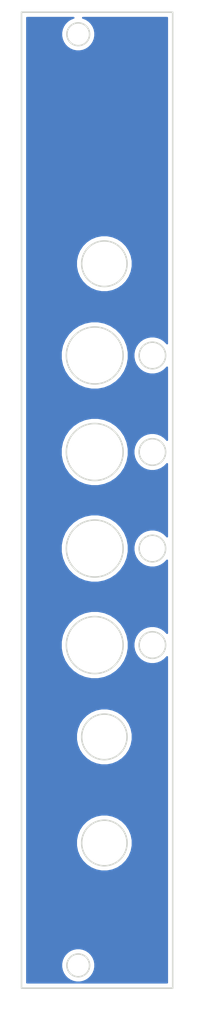
<source format=kicad_pcb>
(kicad_pcb (version 20171130) (host pcbnew 5.1.7-a382d34a8~87~ubuntu18.04.1)

  (general
    (thickness 1.6)
    (drawings 33)
    (tracks 0)
    (zones 0)
    (modules 0)
    (nets 1)
  )

  (page A4)
  (layers
    (0 F.Cu signal)
    (31 B.Cu signal)
    (32 B.Adhes user)
    (33 F.Adhes user)
    (34 B.Paste user)
    (35 F.Paste user)
    (36 B.SilkS user)
    (37 F.SilkS user)
    (38 B.Mask user)
    (39 F.Mask user)
    (40 Dwgs.User user)
    (41 Cmts.User user)
    (42 Eco1.User user)
    (43 Eco2.User user)
    (44 Edge.Cuts user)
    (45 Margin user)
    (46 B.CrtYd user)
    (47 F.CrtYd user)
    (48 B.Fab user)
    (49 F.Fab user)
  )

  (setup
    (last_trace_width 0.25)
    (trace_clearance 0.2)
    (zone_clearance 0.508)
    (zone_45_only no)
    (trace_min 0.2)
    (via_size 0.8)
    (via_drill 0.4)
    (via_min_size 0.4)
    (via_min_drill 0.3)
    (uvia_size 0.3)
    (uvia_drill 0.1)
    (uvias_allowed no)
    (uvia_min_size 0.2)
    (uvia_min_drill 0.1)
    (edge_width 0.05)
    (segment_width 0.2)
    (pcb_text_width 0.3)
    (pcb_text_size 1.5 1.5)
    (mod_edge_width 0.12)
    (mod_text_size 1 1)
    (mod_text_width 0.15)
    (pad_size 1.524 1.524)
    (pad_drill 0.762)
    (pad_to_mask_clearance 0.051)
    (solder_mask_min_width 0.25)
    (aux_axis_origin 0 0)
    (grid_origin 101.445 168.3731)
    (visible_elements FFFFFF7F)
    (pcbplotparams
      (layerselection 0x010fc_ffffffff)
      (usegerberextensions true)
      (usegerberattributes false)
      (usegerberadvancedattributes false)
      (creategerberjobfile false)
      (excludeedgelayer true)
      (linewidth 0.100000)
      (plotframeref false)
      (viasonmask false)
      (mode 1)
      (useauxorigin false)
      (hpglpennumber 1)
      (hpglpenspeed 20)
      (hpglpendiameter 15.000000)
      (psnegative false)
      (psa4output false)
      (plotreference true)
      (plotvalue true)
      (plotinvisibletext false)
      (padsonsilk false)
      (subtractmaskfromsilk false)
      (outputformat 1)
      (mirror false)
      (drillshape 0)
      (scaleselection 1)
      (outputdirectory "gerbers"))
  )

  (net 0 "")

  (net_class Default "This is the default net class."
    (clearance 0.2)
    (trace_width 0.25)
    (via_dia 0.8)
    (via_drill 0.4)
    (uvia_dia 0.3)
    (uvia_drill 0.1)
  )

  (gr_text OUT (at 103.4288 149.3774 90) (layer F.Mask) (tstamp 5E6BC122)
    (effects (font (size 2 2) (thickness 0.5)))
  )
  (gr_text RST (at 103.4669 135.3693 90) (layer F.Mask) (tstamp 5E6BC111)
    (effects (font (size 2 2) (thickness 0.3)))
  )
  (gr_text 4 (at 103.2129 123.2281) (layer F.Mask) (tstamp 5E6BC0FE)
    (effects (font (size 2 2) (thickness 0.3)))
  )
  (gr_text 3 (at 103.2129 110.4392) (layer F.Mask) (tstamp 5E6BC0E9)
    (effects (font (size 2 2) (thickness 0.3)))
  )
  (gr_text 2 (at 103.1494 97.9424) (layer F.Mask) (tstamp 5E6BC0D4)
    (effects (font (size 2 2) (thickness 0.3)))
  )
  (gr_text 1 (at 103.2383 85.1789) (layer F.Mask) (tstamp 5E6BC0BC)
    (effects (font (size 2 2) (thickness 0.3)))
  )
  (gr_text CLK (at 103.4161 72.9234 90) (layer F.Mask) (tstamp 5E6BC0AE)
    (effects (font (size 2 2) (thickness 0.3)))
  )
  (gr_text SEQ4.2 (at 115.9891 43.0022) (layer F.Mask) (tstamp 5E6BC08D)
    (effects (font (size 2 1.5) (thickness 0.3)))
  )
  (gr_text SEQ4.2 (at 115.9891 43.0022) (layer F.Cu)
    (effects (font (size 2 1.5) (thickness 0.3)))
  )
  (gr_text OUT (at 103.4288 149.3774 90) (layer F.Cu) (tstamp 5E6BC02A)
    (effects (font (size 2 2) (thickness 0.3)))
  )
  (gr_text RST (at 103.4669 135.3693 90) (layer F.Cu) (tstamp 5E6BC01F)
    (effects (font (size 2 2) (thickness 0.3)))
  )
  (gr_text 4 (at 103.2129 123.2281) (layer F.Cu) (tstamp 5E6BC00F)
    (effects (font (size 2 2) (thickness 0.3)))
  )
  (gr_text 3 (at 103.2129 110.4519) (layer F.Cu) (tstamp 5E6BC006)
    (effects (font (size 2 2) (thickness 0.3)))
  )
  (gr_text 2 (at 103.1621 97.9424) (layer F.Cu) (tstamp 5E6BBFF1)
    (effects (font (size 2 2) (thickness 0.3)))
  )
  (gr_text 1 (at 103.2383 85.1789) (layer F.Cu)
    (effects (font (size 2 2) (thickness 0.3)))
  )
  (gr_text CLK (at 103.4161 72.9234 90) (layer F.Cu)
    (effects (font (size 2 2) (thickness 0.3)))
  )
  (gr_circle (center 118.745 85.1331) (end 120.495 85.1331) (layer Edge.Cuts) (width 0.2))
  (gr_circle (center 111.125 110.5331) (end 114.875 110.5331) (layer Edge.Cuts) (width 0.2))
  (gr_circle (center 111.125 97.8331) (end 114.875 97.8331) (layer Edge.Cuts) (width 0.2))
  (gr_line (start 121.425 168.3731) (end 101.445 168.3731) (layer Edge.Cuts) (width 0.2))
  (gr_circle (center 118.745 123.2331) (end 120.495 123.2331) (layer Edge.Cuts) (width 0.2))
  (gr_circle (center 111.125 85.1331) (end 114.875 85.1331) (layer Edge.Cuts) (width 0.2))
  (gr_circle (center 118.745 110.5331) (end 120.495 110.5331) (layer Edge.Cuts) (width 0.2))
  (gr_circle (center 118.745 97.8331) (end 120.495 97.8331) (layer Edge.Cuts) (width 0.2))
  (gr_circle (center 112.395 149.2731) (end 115.395 149.2731) (layer Edge.Cuts) (width 0.2))
  (gr_circle (center 111.125 123.2331) (end 114.875 123.2331) (layer Edge.Cuts) (width 0.2))
  (gr_circle (center 112.395 135.3131) (end 115.395 135.3131) (layer Edge.Cuts) (width 0.2))
  (gr_line (start 121.425 39.9731) (end 121.425 168.3731) (layer Edge.Cuts) (width 0.2))
  (gr_line (start 101.445 168.3731) (end 101.445 39.9731) (layer Edge.Cuts) (width 0.2))
  (gr_circle (center 108.945 165.3731) (end 110.445 165.3731) (layer Edge.Cuts) (width 0.2))
  (gr_line (start 101.445 39.9731) (end 121.425 39.9731) (layer Edge.Cuts) (width 0.2))
  (gr_circle (center 108.945 42.8731) (end 110.445 42.8731) (layer Edge.Cuts) (width 0.2))
  (gr_circle (center 112.395 73.0631) (end 115.395 73.0631) (layer Edge.Cuts) (width 0.2))

  (zone (net 0) (net_name "") (layer B.Cu) (tstamp 60005190) (hatch edge 0.508)
    (connect_pads (clearance 0.508))
    (min_thickness 0.254)
    (fill yes (arc_segments 32) (thermal_gap 0.508) (thermal_bridge_width 0.508))
    (polygon
      (pts
        (xy 126.5047 172.4787) (xy 98.6028 173.0883) (xy 99.2124 39.0017) (xy 125.2982 38.3667)
      )
    )
    (filled_polygon
      (pts
        (xy 108.290408 40.7152) (xy 107.882 40.884368) (xy 107.514443 41.129961) (xy 107.201861 41.442543) (xy 106.956268 41.8101)
        (xy 106.7871 42.218508) (xy 106.700858 42.652071) (xy 106.700858 43.094129) (xy 106.7871 43.527692) (xy 106.956268 43.9361)
        (xy 107.201861 44.303657) (xy 107.514443 44.616239) (xy 107.882 44.861832) (xy 108.290408 45.031) (xy 108.723971 45.117242)
        (xy 109.166029 45.117242) (xy 109.599592 45.031) (xy 110.008 44.861832) (xy 110.375557 44.616239) (xy 110.688139 44.303657)
        (xy 110.933732 43.9361) (xy 111.1029 43.527692) (xy 111.189142 43.094129) (xy 111.189142 42.652071) (xy 111.1029 42.218508)
        (xy 110.933732 41.8101) (xy 110.688139 41.442543) (xy 110.375557 41.129961) (xy 110.008 40.884368) (xy 109.599592 40.7152)
        (xy 109.563898 40.7081) (xy 120.69 40.7081) (xy 120.69 83.55683) (xy 120.681391 83.543945) (xy 120.334155 83.196709)
        (xy 119.925849 82.923887) (xy 119.472163 82.735964) (xy 118.990533 82.640162) (xy 118.499467 82.640162) (xy 118.017837 82.735964)
        (xy 117.564151 82.923887) (xy 117.155845 83.196709) (xy 116.808609 83.543945) (xy 116.535787 83.952251) (xy 116.347864 84.405937)
        (xy 116.252062 84.887567) (xy 116.252062 85.378633) (xy 116.347864 85.860263) (xy 116.535787 86.313949) (xy 116.808609 86.722255)
        (xy 117.155845 87.069491) (xy 117.564151 87.342313) (xy 118.017837 87.530236) (xy 118.499467 87.626038) (xy 118.990533 87.626038)
        (xy 119.472163 87.530236) (xy 119.925849 87.342313) (xy 120.334155 87.069491) (xy 120.681391 86.722255) (xy 120.69 86.70937)
        (xy 120.69 96.25683) (xy 120.681391 96.243945) (xy 120.334155 95.896709) (xy 119.925849 95.623887) (xy 119.472163 95.435964)
        (xy 118.990533 95.340162) (xy 118.499467 95.340162) (xy 118.017837 95.435964) (xy 117.564151 95.623887) (xy 117.155845 95.896709)
        (xy 116.808609 96.243945) (xy 116.535787 96.652251) (xy 116.347864 97.105937) (xy 116.252062 97.587567) (xy 116.252062 98.078633)
        (xy 116.347864 98.560263) (xy 116.535787 99.013949) (xy 116.808609 99.422255) (xy 117.155845 99.769491) (xy 117.564151 100.042313)
        (xy 118.017837 100.230236) (xy 118.499467 100.326038) (xy 118.990533 100.326038) (xy 119.472163 100.230236) (xy 119.925849 100.042313)
        (xy 120.334155 99.769491) (xy 120.681391 99.422255) (xy 120.69 99.40937) (xy 120.690001 108.95683) (xy 120.681391 108.943945)
        (xy 120.334155 108.596709) (xy 119.925849 108.323887) (xy 119.472163 108.135964) (xy 118.990533 108.040162) (xy 118.499467 108.040162)
        (xy 118.017837 108.135964) (xy 117.564151 108.323887) (xy 117.155845 108.596709) (xy 116.808609 108.943945) (xy 116.535787 109.352251)
        (xy 116.347864 109.805937) (xy 116.252062 110.287567) (xy 116.252062 110.778633) (xy 116.347864 111.260263) (xy 116.535787 111.713949)
        (xy 116.808609 112.122255) (xy 117.155845 112.469491) (xy 117.564151 112.742313) (xy 118.017837 112.930236) (xy 118.499467 113.026038)
        (xy 118.990533 113.026038) (xy 119.472163 112.930236) (xy 119.925849 112.742313) (xy 120.334155 112.469491) (xy 120.681391 112.122255)
        (xy 120.690001 112.10937) (xy 120.690001 121.65683) (xy 120.681391 121.643945) (xy 120.334155 121.296709) (xy 119.925849 121.023887)
        (xy 119.472163 120.835964) (xy 118.990533 120.740162) (xy 118.499467 120.740162) (xy 118.017837 120.835964) (xy 117.564151 121.023887)
        (xy 117.155845 121.296709) (xy 116.808609 121.643945) (xy 116.535787 122.052251) (xy 116.347864 122.505937) (xy 116.252062 122.987567)
        (xy 116.252062 123.478633) (xy 116.347864 123.960263) (xy 116.535787 124.413949) (xy 116.808609 124.822255) (xy 117.155845 125.169491)
        (xy 117.564151 125.442313) (xy 118.017837 125.630236) (xy 118.499467 125.726038) (xy 118.990533 125.726038) (xy 119.472163 125.630236)
        (xy 119.925849 125.442313) (xy 120.334155 125.169491) (xy 120.681391 124.822255) (xy 120.690001 124.80937) (xy 120.690001 167.6381)
        (xy 102.18 167.6381) (xy 102.18 165.152071) (xy 106.700858 165.152071) (xy 106.700858 165.594129) (xy 106.7871 166.027692)
        (xy 106.956268 166.4361) (xy 107.201861 166.803657) (xy 107.514443 167.116239) (xy 107.882 167.361832) (xy 108.290408 167.531)
        (xy 108.723971 167.617242) (xy 109.166029 167.617242) (xy 109.599592 167.531) (xy 110.008 167.361832) (xy 110.375557 167.116239)
        (xy 110.688139 166.803657) (xy 110.933732 166.4361) (xy 111.1029 166.027692) (xy 111.189142 165.594129) (xy 111.189142 165.152071)
        (xy 111.1029 164.718508) (xy 110.933732 164.3101) (xy 110.688139 163.942543) (xy 110.375557 163.629961) (xy 110.008 163.384368)
        (xy 109.599592 163.2152) (xy 109.166029 163.128958) (xy 108.723971 163.128958) (xy 108.290408 163.2152) (xy 107.882 163.384368)
        (xy 107.514443 163.629961) (xy 107.201861 163.942543) (xy 106.956268 164.3101) (xy 106.7871 164.718508) (xy 106.700858 165.152071)
        (xy 102.18 165.152071) (xy 102.18 148.905046) (xy 108.658081 148.905046) (xy 108.658081 149.641154) (xy 108.801689 150.363119)
        (xy 109.083386 151.043195) (xy 109.492346 151.655247) (xy 110.012853 152.175754) (xy 110.624905 152.584714) (xy 111.304981 152.866411)
        (xy 112.026946 153.010019) (xy 112.763054 153.010019) (xy 113.485019 152.866411) (xy 114.165095 152.584714) (xy 114.777147 152.175754)
        (xy 115.297654 151.655247) (xy 115.706614 151.043195) (xy 115.988311 150.363119) (xy 116.131919 149.641154) (xy 116.131919 148.905046)
        (xy 115.988311 148.183081) (xy 115.706614 147.503005) (xy 115.297654 146.890953) (xy 114.777147 146.370446) (xy 114.165095 145.961486)
        (xy 113.485019 145.679789) (xy 112.763054 145.536181) (xy 112.026946 145.536181) (xy 111.304981 145.679789) (xy 110.624905 145.961486)
        (xy 110.012853 146.370446) (xy 109.492346 146.890953) (xy 109.083386 147.503005) (xy 108.801689 148.183081) (xy 108.658081 148.905046)
        (xy 102.18 148.905046) (xy 102.18 134.945046) (xy 108.658081 134.945046) (xy 108.658081 135.681154) (xy 108.801689 136.403119)
        (xy 109.083386 137.083195) (xy 109.492346 137.695247) (xy 110.012853 138.215754) (xy 110.624905 138.624714) (xy 111.304981 138.906411)
        (xy 112.026946 139.050019) (xy 112.763054 139.050019) (xy 113.485019 138.906411) (xy 114.165095 138.624714) (xy 114.777147 138.215754)
        (xy 115.297654 137.695247) (xy 115.706614 137.083195) (xy 115.988311 136.403119) (xy 116.131919 135.681154) (xy 116.131919 134.945046)
        (xy 115.988311 134.223081) (xy 115.706614 133.543005) (xy 115.297654 132.930953) (xy 114.777147 132.410446) (xy 114.165095 132.001486)
        (xy 113.485019 131.719789) (xy 112.763054 131.576181) (xy 112.026946 131.576181) (xy 111.304981 131.719789) (xy 110.624905 132.001486)
        (xy 110.012853 132.410446) (xy 109.492346 132.930953) (xy 109.083386 133.543005) (xy 108.801689 134.223081) (xy 108.658081 134.945046)
        (xy 102.18 134.945046) (xy 102.18 122.791533) (xy 106.641693 122.791533) (xy 106.641693 123.674667) (xy 106.813984 124.540832)
        (xy 107.151945 125.356742) (xy 107.642588 126.091042) (xy 108.267058 126.715512) (xy 109.001358 127.206155) (xy 109.817268 127.544116)
        (xy 110.683433 127.716407) (xy 111.566567 127.716407) (xy 112.432732 127.544116) (xy 113.248642 127.206155) (xy 113.982942 126.715512)
        (xy 114.607412 126.091042) (xy 115.098055 125.356742) (xy 115.436016 124.540832) (xy 115.608307 123.674667) (xy 115.608307 122.791533)
        (xy 115.436016 121.925368) (xy 115.098055 121.109458) (xy 114.607412 120.375158) (xy 113.982942 119.750688) (xy 113.248642 119.260045)
        (xy 112.432732 118.922084) (xy 111.566567 118.749793) (xy 110.683433 118.749793) (xy 109.817268 118.922084) (xy 109.001358 119.260045)
        (xy 108.267058 119.750688) (xy 107.642588 120.375158) (xy 107.151945 121.109458) (xy 106.813984 121.925368) (xy 106.641693 122.791533)
        (xy 102.18 122.791533) (xy 102.18 110.091533) (xy 106.641693 110.091533) (xy 106.641693 110.974667) (xy 106.813984 111.840832)
        (xy 107.151945 112.656742) (xy 107.642588 113.391042) (xy 108.267058 114.015512) (xy 109.001358 114.506155) (xy 109.817268 114.844116)
        (xy 110.683433 115.016407) (xy 111.566567 115.016407) (xy 112.432732 114.844116) (xy 113.248642 114.506155) (xy 113.982942 114.015512)
        (xy 114.607412 113.391042) (xy 115.098055 112.656742) (xy 115.436016 111.840832) (xy 115.608307 110.974667) (xy 115.608307 110.091533)
        (xy 115.436016 109.225368) (xy 115.098055 108.409458) (xy 114.607412 107.675158) (xy 113.982942 107.050688) (xy 113.248642 106.560045)
        (xy 112.432732 106.222084) (xy 111.566567 106.049793) (xy 110.683433 106.049793) (xy 109.817268 106.222084) (xy 109.001358 106.560045)
        (xy 108.267058 107.050688) (xy 107.642588 107.675158) (xy 107.151945 108.409458) (xy 106.813984 109.225368) (xy 106.641693 110.091533)
        (xy 102.18 110.091533) (xy 102.18 97.391533) (xy 106.641693 97.391533) (xy 106.641693 98.274667) (xy 106.813984 99.140832)
        (xy 107.151945 99.956742) (xy 107.642588 100.691042) (xy 108.267058 101.315512) (xy 109.001358 101.806155) (xy 109.817268 102.144116)
        (xy 110.683433 102.316407) (xy 111.566567 102.316407) (xy 112.432732 102.144116) (xy 113.248642 101.806155) (xy 113.982942 101.315512)
        (xy 114.607412 100.691042) (xy 115.098055 99.956742) (xy 115.436016 99.140832) (xy 115.608307 98.274667) (xy 115.608307 97.391533)
        (xy 115.436016 96.525368) (xy 115.098055 95.709458) (xy 114.607412 94.975158) (xy 113.982942 94.350688) (xy 113.248642 93.860045)
        (xy 112.432732 93.522084) (xy 111.566567 93.349793) (xy 110.683433 93.349793) (xy 109.817268 93.522084) (xy 109.001358 93.860045)
        (xy 108.267058 94.350688) (xy 107.642588 94.975158) (xy 107.151945 95.709458) (xy 106.813984 96.525368) (xy 106.641693 97.391533)
        (xy 102.18 97.391533) (xy 102.18 84.691533) (xy 106.641693 84.691533) (xy 106.641693 85.574667) (xy 106.813984 86.440832)
        (xy 107.151945 87.256742) (xy 107.642588 87.991042) (xy 108.267058 88.615512) (xy 109.001358 89.106155) (xy 109.817268 89.444116)
        (xy 110.683433 89.616407) (xy 111.566567 89.616407) (xy 112.432732 89.444116) (xy 113.248642 89.106155) (xy 113.982942 88.615512)
        (xy 114.607412 87.991042) (xy 115.098055 87.256742) (xy 115.436016 86.440832) (xy 115.608307 85.574667) (xy 115.608307 84.691533)
        (xy 115.436016 83.825368) (xy 115.098055 83.009458) (xy 114.607412 82.275158) (xy 113.982942 81.650688) (xy 113.248642 81.160045)
        (xy 112.432732 80.822084) (xy 111.566567 80.649793) (xy 110.683433 80.649793) (xy 109.817268 80.822084) (xy 109.001358 81.160045)
        (xy 108.267058 81.650688) (xy 107.642588 82.275158) (xy 107.151945 83.009458) (xy 106.813984 83.825368) (xy 106.641693 84.691533)
        (xy 102.18 84.691533) (xy 102.18 72.695046) (xy 108.658081 72.695046) (xy 108.658081 73.431154) (xy 108.801689 74.153119)
        (xy 109.083386 74.833195) (xy 109.492346 75.445247) (xy 110.012853 75.965754) (xy 110.624905 76.374714) (xy 111.304981 76.656411)
        (xy 112.026946 76.800019) (xy 112.763054 76.800019) (xy 113.485019 76.656411) (xy 114.165095 76.374714) (xy 114.777147 75.965754)
        (xy 115.297654 75.445247) (xy 115.706614 74.833195) (xy 115.988311 74.153119) (xy 116.131919 73.431154) (xy 116.131919 72.695046)
        (xy 115.988311 71.973081) (xy 115.706614 71.293005) (xy 115.297654 70.680953) (xy 114.777147 70.160446) (xy 114.165095 69.751486)
        (xy 113.485019 69.469789) (xy 112.763054 69.326181) (xy 112.026946 69.326181) (xy 111.304981 69.469789) (xy 110.624905 69.751486)
        (xy 110.012853 70.160446) (xy 109.492346 70.680953) (xy 109.083386 71.293005) (xy 108.801689 71.973081) (xy 108.658081 72.695046)
        (xy 102.18 72.695046) (xy 102.18 40.7081) (xy 108.326102 40.7081)
      )
    )
  )
)

</source>
